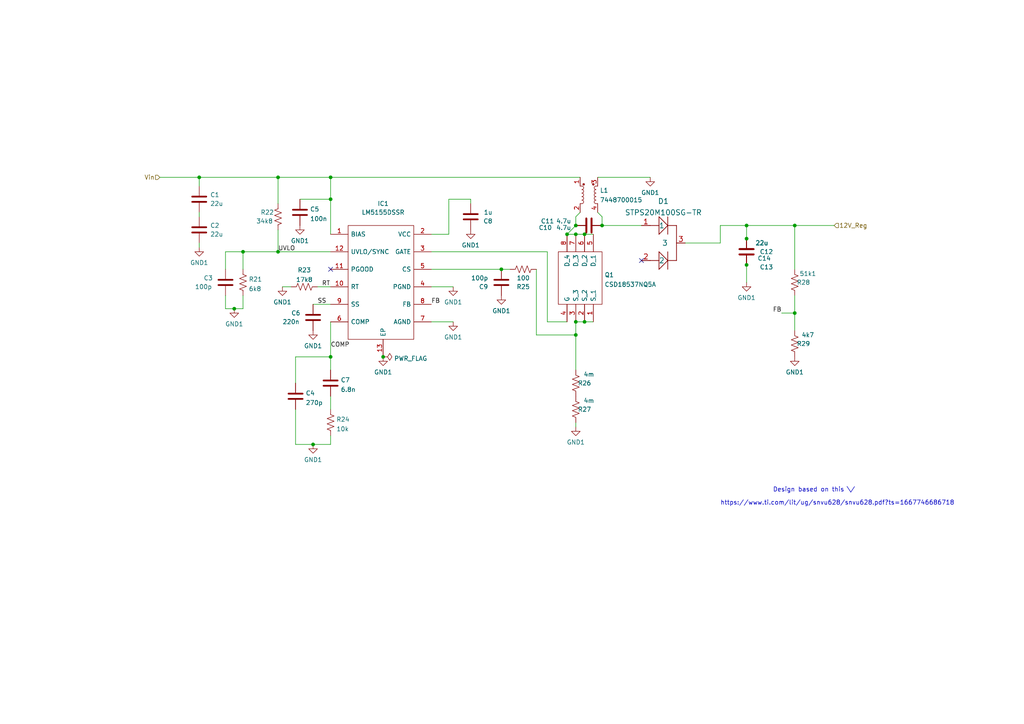
<source format=kicad_sch>
(kicad_sch (version 20211123) (generator eeschema)
  (paper "A4")
  (lib_symbols
    (symbol "Device:C" (pin_numbers hide) (pin_names (offset 0.254))
      (property "Reference" "C" (at 0.635 2.54 0))
      (property "Value" "C" (at 0.635 -2.54 0))
      (symbol "C_0_1"
        (polyline (pts (xy -2.032 -0.762) (xy 2.032 -0.762)) (stroke (width 0.508)))
        (polyline (pts (xy -2.032 0.762) (xy 2.032 0.762)) (stroke (width 0.508)))
      )
      (symbol "C_1_1"
        (pin passive line (at 0 3.81 270) (length 2.794) (name "~") (number "1"))
        (pin passive line (at 0 -3.81 90) (length 2.794) (name "~") (number "2"))
      )
    )
    (symbol "Device:L_Coupled" (pin_names (offset 0.254) hide)
      (property "Reference" "L" (at 0 4.445 0))
      (property "Value" "L_Coupled" (at 0 -4.445 0))
      (symbol "L_Coupled_0_1"
        (circle (center -3.048 -1.27) (radius 0.254) (fill (type outline)))
        (circle (center -3.048 1.524) (radius 0.254) (fill (type outline)))
        (arc (start -2.54 2.032) (mid -2.032 1.524) (end -1.524 2.032))
        (arc (start -1.524 -2.032) (mid -2.032 -1.524) (end -2.54 -2.032))
        (arc (start -1.524 2.032) (mid -1.016 1.524) (end -0.508 2.032))
        (arc (start -0.508 -2.032) (mid -1.016 -1.524) (end -1.524 -2.032))
        (arc (start -0.508 2.032) (mid 0 1.524) (end 0.508 2.032))
        (polyline (pts (xy -2.54 -2.032) (xy -2.54 -2.54)))
        (polyline (pts (xy -2.54 2.032) (xy -2.54 2.54)))
        (polyline (pts (xy 2.54 -2.032) (xy 2.54 -2.54)))
        (polyline (pts (xy 2.54 2.54) (xy 2.54 2.032)))
        (arc (start 0.508 -2.032) (mid 0 -1.524) (end -0.508 -2.032))
        (arc (start 0.508 2.032) (mid 1.016 1.524) (end 1.524 2.032))
        (arc (start 1.524 -2.032) (mid 1.016 -1.524) (end 0.508 -2.032))
        (arc (start 1.524 2.032) (mid 2.032 1.524) (end 2.54 2.032))
        (arc (start 2.54 -2.032) (mid 2.032 -1.524) (end 1.524 -2.032))
      )
      (symbol "L_Coupled_1_1"
        (pin passive line (at -5.08 2.54 0) (length 2.54) (name "1") (number "1"))
        (pin passive line (at 5.08 2.54 180) (length 2.54) (name "2") (number "2"))
        (pin passive line (at -5.08 -2.54 0) (length 2.54) (name "3") (number "3"))
        (pin passive line (at 5.08 -2.54 180) (length 2.54) (name "4") (number "4"))
      )
    )
    (symbol "Device:R_US" (pin_numbers hide) (pin_names (offset 0))
      (property "Reference" "R" (at 2.54 0 90))
      (property "Value" "R_US" (at -2.54 0 90))
      (symbol "R_US_0_1"
        (polyline (pts (xy 0 -2.286) (xy 0 -2.54)))
        (polyline (pts (xy 0 2.286) (xy 0 2.54)))
        (polyline (pts (xy 0 -0.762) (xy 1.016 -1.143) (xy 0 -1.524) (xy -1.016 -1.905) (xy 0 -2.286)))
        (polyline (pts (xy 0 0.762) (xy 1.016 0.381) (xy 0 0) (xy -1.016 -0.381) (xy 0 -0.762)))
        (polyline (pts (xy 0 2.286) (xy 1.016 1.905) (xy 0 1.524) (xy -1.016 1.143) (xy 0 0.762)))
      )
      (symbol "R_US_1_1"
        (pin passive line (at 0 3.81 270) (length 1.27) (name "~") (number "1"))
        (pin passive line (at 0 -3.81 90) (length 1.27) (name "~") (number "2"))
      )
    )
    (symbol "Global Symbols:CSD18537NQ5A" (pin_names (offset 0.762))
      (property "Reference" "Q" (at 21.59 7.62 0))
      (property "Value" "CSD18537NQ5A" (at 21.59 5.08 0))
      (symbol "CSD18537NQ5A_0_0"
        (pin passive line (at 0 0 0) (length 5.08) (name "S_1") (number "1"))
        (pin passive line (at 0 -2.54 0) (length 5.08) (name "S_2") (number "2"))
        (pin passive line (at 0 -5.08 0) (length 5.08) (name "S_3") (number "3"))
        (pin passive line (at 0 -7.62 0) (length 5.08) (name "G") (number "4"))
        (pin passive line (at 25.4 0 180) (length 5.08) (name "D_1") (number "5"))
        (pin passive line (at 25.4 -2.54 180) (length 5.08) (name "D_2") (number "6"))
        (pin passive line (at 25.4 -5.08 180) (length 5.08) (name "D_3") (number "7"))
        (pin passive line (at 25.4 -7.62 180) (length 5.08) (name "D_4") (number "8"))
      )
      (symbol "CSD18537NQ5A_0_1"
        (polyline (pts (xy 5.08 2.54) (xy 20.32 2.54) (xy 20.32 -10.16) (xy 5.08 -10.16) (xy 5.08 2.54)) (stroke (width 0.1524)))
      )
    )
    (symbol "Global Symbols:LM5155DSSR" (pin_names (offset 0.762))
      (property "Reference" "IC" (at 31.75 7.62 0))
      (property "Value" "LM5155DSSR" (at 31.75 5.08 0))
      (symbol "LM5155DSSR_0_0"
        (pin passive line (at -6.35 7.62 0) (length 5.08) (name "BIAS") (number "1"))
        (pin passive line (at -6.35 -7.62 0) (length 5.08) (name "RT") (number "10"))
        (pin passive line (at -6.35 -2.54 0) (length 5.08) (name "PGOOD") (number "11"))
        (pin passive line (at -6.35 2.54 0) (length 5.08) (name "UVLO/SYNC") (number "12"))
        (pin passive line (at 8.89 -27.94 90) (length 5.08) (name "EP") (number "13"))
        (pin passive line (at 22.86 7.62 180) (length 5.08) (name "VCC") (number "2"))
        (pin passive line (at 22.86 2.54 180) (length 5.08) (name "GATE") (number "3"))
        (pin passive line (at 22.86 -7.62 180) (length 5.08) (name "PGND") (number "4"))
        (pin passive line (at 22.86 -2.54 180) (length 5.08) (name "CS") (number "5"))
        (pin passive line (at -6.35 -17.78 0) (length 5.08) (name "COMP") (number "6"))
        (pin passive line (at 22.86 -17.78 180) (length 5.08) (name "AGND") (number "7"))
        (pin passive line (at 22.86 -12.7 180) (length 5.08) (name "FB") (number "8"))
        (pin passive line (at -6.35 -12.7 0) (length 5.08) (name "SS") (number "9"))
      )
      (symbol "LM5155DSSR_0_1"
        (polyline (pts (xy -1.27 10.16) (xy 17.78 10.16) (xy 17.78 -22.86) (xy -1.27 -22.86) (xy -1.27 10.16)) (stroke (width 0.1524)))
      )
    )
    (symbol "Global Symbols:STPS20M100SG-TR" (pin_names (offset 2.54))
      (property "Reference" "U" (at 5.715 -15.24 0))
      (property "Value" "STPS20M100SG-TR" (at 5.715 -22.86 0))
      (symbol "STPS20M100SG-TR_1_1"
        (polyline (pts (xy 2.54 -10.16) (xy 5.08 -10.16)) (stroke (width 0.2032)))
        (polyline (pts (xy 2.54 0) (xy 5.08 0)) (stroke (width 0.2032)))
        (polyline (pts (xy 5.08 -12.7) (xy 5.08 -7.62)) (stroke (width 0.2032)))
        (polyline (pts (xy 5.08 -12.7) (xy 7.62 -10.16)) (stroke (width 0.2032)))
        (polyline (pts (xy 5.08 -7.62) (xy 7.62 -10.16)) (stroke (width 0.2032)))
        (polyline (pts (xy 5.08 -2.54) (xy 7.62 0)) (stroke (width 0.2032)))
        (polyline (pts (xy 5.08 2.54) (xy 5.08 -2.54)) (stroke (width 0.2032)))
        (polyline (pts (xy 5.08 2.54) (xy 7.62 0)) (stroke (width 0.2032)))
        (polyline (pts (xy 7.62 -12.7) (xy 7.62 -7.62)) (stroke (width 0.2032)))
        (polyline (pts (xy 7.62 2.54) (xy 7.62 -2.54)) (stroke (width 0.2032)))
        (polyline (pts (xy 10.16 -10.16) (xy 7.62 -10.16)) (stroke (width 0.2032)))
        (polyline (pts (xy 10.16 0) (xy 7.62 0)) (stroke (width 0.2032)))
        (polyline (pts (xy 10.16 0) (xy 10.16 -10.16)) (stroke (width 0.2032)))
        (pin unspecified line (at 0 0 0) (length 2.54) (name "1") (number "1"))
        (pin unspecified line (at 0 -10.16 0) (length 2.54) (name "2") (number "2"))
        (pin unspecified line (at 12.7 -5.08 180) (length 2.54) (name "3") (number "3"))
      )
    )
    (symbol "power:GND1" (power) (pin_names (offset 0))
      (property "Value" "GND1" (at 0 -3.81 0))
      (symbol "GND1_0_1"
        (polyline (pts (xy 0 0) (xy 0 -1.27) (xy 1.27 -1.27) (xy 0 -2.54) (xy -1.27 -1.27) (xy 0 -1.27)))
      )
      (symbol "GND1_1_1"
        (pin power_in line (at 0 0 270) (length 0) hide (name "GND1") (number "1"))
      )
    )
    (symbol "power:PWR_FLAG" (power) (pin_numbers hide) (pin_names (offset 0) hide)
      (property "Value" "PWR_FLAG" (at 0 3.81 0))
      (symbol "PWR_FLAG_0_0"
        (pin power_out line (at 0 0 90) (length 0) (name "pwr") (number "1"))
      )
      (symbol "PWR_FLAG_0_1"
        (polyline (pts (xy 0 0) (xy 0 1.27) (xy -1.016 1.905) (xy 0 2.54) (xy 1.016 1.905) (xy 0 1.27)))
      )
    )
  )
  (junction (at 145.415 78.105))
  (junction (at 174.625 65.405))
  (junction (at 167.005 93.345))
  (junction (at 95.885 103.505))
  (junction (at 167.005 67.945))
  (junction (at 57.785 51.435))
  (junction (at 167.005 97.155))
  (junction (at 90.805 128.905))
  (junction (at 80.645 51.435))
  (junction (at 164.465 67.945))
  (junction (at 95.885 57.785))
  (junction (at 70.485 73.025))
  (junction (at 111.125 103.505))
  (junction (at 95.885 51.435))
  (junction (at 230.505 65.405))
  (junction (at 230.505 90.805))
  (junction (at 167.005 65.405))
  (junction (at 169.545 93.345))
  (junction (at 216.535 76.835))
  (junction (at 80.645 73.025))
  (junction (at 216.535 65.405))
  (junction (at 169.545 67.945))
  (junction (at 67.945 89.535))
  (junction (at 216.535 69.215))
  (no_connect (at 95.885 78.105))
  (no_connect (at 186.055 75.565))
  (wire (pts (xy 174.625 62.865) (xy 173.355 61.595)))
  (wire (pts (xy 70.485 73.025) (xy 65.405 73.025)))
  (wire (pts (xy 95.885 51.435) (xy 168.275 51.435)))
  (wire (pts (xy 95.885 114.935) (xy 95.885 118.745)))
  (wire (pts (xy 95.885 103.505) (xy 85.725 103.505)))
  (wire (pts (xy 95.885 128.905) (xy 95.885 126.365)))
  (wire (pts (xy 86.995 57.785) (xy 95.885 57.785)))
  (wire (pts (xy 169.545 93.345) (xy 172.085 93.345)))
  (wire (pts (xy 158.75 73.025) (xy 158.75 93.345)))
  (wire (pts (xy 130.175 57.785) (xy 136.525 57.785)))
  (wire (pts (xy 208.915 70.485) (xy 208.915 65.405)))
  (wire (pts (xy 57.785 62.865) (xy 57.785 61.595)))
  (wire (pts (xy 230.505 65.405) (xy 241.935 65.405)))
  (wire (pts (xy 95.885 93.345) (xy 95.885 103.505)))
  (wire (pts (xy 130.175 67.945) (xy 130.175 57.785)))
  (wire (pts (xy 65.405 89.535) (xy 67.945 89.535)))
  (wire (pts (xy 145.415 78.105) (xy 147.955 78.105)))
  (wire (pts (xy 169.545 67.945) (xy 172.085 67.945)))
  (wire (pts (xy 131.445 83.185) (xy 125.095 83.185)))
  (wire (pts (xy 131.445 93.345) (xy 125.095 93.345)))
  (wire (pts (xy 230.505 78.105) (xy 230.505 65.405)))
  (wire (pts (xy 90.805 128.905) (xy 95.885 128.905)))
  (wire (pts (xy 167.005 93.345) (xy 169.545 93.345)))
  (wire (pts (xy 92.075 83.185) (xy 95.885 83.185)))
  (wire (pts (xy 80.645 73.025) (xy 95.885 73.025)))
  (wire (pts (xy 155.575 97.155) (xy 155.575 78.105)))
  (wire (pts (xy 174.625 62.865) (xy 174.625 65.405)))
  (wire (pts (xy 125.095 73.025) (xy 158.75 73.025)))
  (wire (pts (xy 208.915 65.405) (xy 216.535 65.405)))
  (wire (pts (xy 67.945 89.535) (xy 70.485 89.535)))
  (wire (pts (xy 95.885 51.435) (xy 95.885 57.785)))
  (wire (pts (xy 80.645 51.435) (xy 95.885 51.435)))
  (wire (pts (xy 216.535 65.405) (xy 216.535 69.215)))
  (wire (pts (xy 136.525 57.785) (xy 136.525 59.055)))
  (wire (pts (xy 80.645 66.675) (xy 80.645 73.025)))
  (wire (pts (xy 95.885 57.785) (xy 95.885 67.945)))
  (wire (pts (xy 167.005 65.405) (xy 164.465 67.945)))
  (wire (pts (xy 70.485 85.725) (xy 70.485 89.535)))
  (wire (pts (xy 167.005 62.865) (xy 167.005 65.405)))
  (wire (pts (xy 167.005 93.345) (xy 167.005 97.155)))
  (wire (pts (xy 125.095 67.945) (xy 130.175 67.945)))
  (wire (pts (xy 81.915 83.185) (xy 84.455 83.185)))
  (wire (pts (xy 167.005 122.555) (xy 167.005 123.825)))
  (wire (pts (xy 216.535 76.835) (xy 216.535 81.915)))
  (wire (pts (xy 90.805 88.265) (xy 95.885 88.265)))
  (wire (pts (xy 230.505 85.725) (xy 230.505 90.805)))
  (wire (pts (xy 57.785 70.485) (xy 57.785 71.755)))
  (wire (pts (xy 164.465 67.945) (xy 167.005 67.945)))
  (wire (pts (xy 167.005 97.155) (xy 167.005 107.315)))
  (wire (pts (xy 65.405 73.025) (xy 65.405 78.105)))
  (wire (pts (xy 188.595 51.435) (xy 173.355 51.435)))
  (wire (pts (xy 70.485 73.025) (xy 70.485 78.105)))
  (wire (pts (xy 198.755 70.485) (xy 208.915 70.485)))
  (wire (pts (xy 85.725 128.905) (xy 90.805 128.905)))
  (wire (pts (xy 167.005 62.865) (xy 168.275 61.595)))
  (wire (pts (xy 65.405 85.725) (xy 65.405 89.535)))
  (wire (pts (xy 46.355 51.435) (xy 57.785 51.435)))
  (wire (pts (xy 167.005 97.155) (xy 155.575 97.155)))
  (wire (pts (xy 57.785 53.975) (xy 57.785 51.435)))
  (wire (pts (xy 85.725 103.505) (xy 85.725 111.125)))
  (wire (pts (xy 70.485 73.025) (xy 80.645 73.025)))
  (wire (pts (xy 167.005 67.945) (xy 169.545 67.945)))
  (wire (pts (xy 95.885 103.505) (xy 95.885 107.315)))
  (wire (pts (xy 85.725 118.745) (xy 85.725 128.905)))
  (wire (pts (xy 57.785 51.435) (xy 80.645 51.435)))
  (wire (pts (xy 216.535 65.405) (xy 230.505 65.405)))
  (wire (pts (xy 230.505 90.805) (xy 230.505 95.885)))
  (wire (pts (xy 158.75 93.345) (xy 164.465 93.345)))
  (wire (pts (xy 125.095 78.105) (xy 145.415 78.105)))
  (wire (pts (xy 226.695 90.805) (xy 230.505 90.805)))
  (wire (pts (xy 80.645 51.435) (xy 80.645 59.055)))
  (wire (pts (xy 186.055 65.405) (xy 174.625 65.405)))
  (text "https://www.ti.com/lit/ug/snvu628/snvu628.pdf?ts=1667746686718" (at 208.915 146.685 0) (effects (font (size 1.27 1.27)) (justify left bottom)))
  (text "Design based on this \\/" (at 224.155 142.875 0) (effects (font (size 1.27 1.27)) (justify left bottom)))
  (label "RT" (at 93.345 83.185 0))
  (label "FB" (at 125.095 88.265 0))
  (label "SS" (at 92.075 88.265 0))
  (label "FB" (at 226.695 90.805 180))
  (label "UVLO" (at 80.645 73.025 0))
  (label "COMP" (at 95.885 100.965 0))
  (hierarchical_label "Vin" (shape input) (at 46.355 51.435 180))
  (hierarchical_label "12V_Reg" (shape input) (at 241.935 65.405 0))
  (symbol (lib_id "Device:C") (at 57.785 66.675 0) (mirror y) (unit 1)
    (property "Reference" "C2" (at 60.96 65.4049 0) (effects (justify right)))
    (property "Value" "22u" (at 60.96 67.9449 0) (effects (justify right)))
    (property "Footprint" "Capacitor_SMD:C_1206_3216Metric_Pad1.33x1.80mm_HandSolder" (effects hide))
  )
  (symbol (lib_id "power:GND1") (at 90.805 128.905 0) (unit 1)
    (property "Reference" "#PWR023" (effects hide))
    (property "Value" "GND1" (at 90.805 133.35 0))
  )
  (symbol (lib_id "Global Symbols:CSD18537NQ5A") (at 172.085 93.345 270) (mirror x) (unit 1)
    (property "Reference" "Q1" (at 175.3362 79.7365 90) (effects (justify left)))
    (property "Value" "CSD18537NQ5A" (at 175.3362 82.5116 90) (effects (justify left)))
    (property "Footprint" "CSD19531Q5AT" (effects hide))
    (property "Datasheet" "http://www.ti.com/lit/gpn/csd18537nq5a" (effects hide))
    (property "Description" "60V, N ch NexFET MOSFET, single SON5x6, 13mOhm" (effects hide))
    (property "Mouser Part Number" "595-CSD18537NQ5A" (effects hide))
    (property "Mouser Price/Stock" "https://www.mouser.co.uk/ProductDetail/Texas-Instruments/CSD18537NQ5A?qs=7GxONfNUZSi6fNNk7dry3w%3D%3D" (effects hide))
    (property "Manufacturer_Name" "Texas Instruments" (effects hide))
    (property "Manufacturer_Part_Number" "CSD18537NQ5A" (effects hide))
  )
  (symbol (lib_id "Device:R_US") (at 230.505 81.915 0) (unit 1)
    (property "Reference" "R28" (at 233.045 81.915 0))
    (property "Value" "51k1" (at 234.315 79.375 0))
    (property "Footprint" "Resistor_SMD:R_0603_1608Metric_Pad0.98x0.95mm_HandSolder" (effects hide))
  )
  (symbol (lib_id "Device:R_US") (at 230.505 99.695 0) (unit 1)
    (property "Reference" "R29" (at 233.045 99.695 0))
    (property "Value" "4k7" (at 234.315 97.155 0))
    (property "Footprint" "Resistor_SMD:R_0603_1608Metric_Pad0.98x0.95mm_HandSolder" (effects hide))
  )
  (symbol (lib_id "power:GND1") (at 131.445 83.185 0) (unit 1)
    (property "Reference" "#PWR025" (effects hide))
    (property "Value" "GND1" (at 131.445 87.63 0))
  )
  (symbol (lib_id "Device:C") (at 216.535 73.025 0) (unit 1)
    (property "Reference" "C12" (at 220.345 73.025 0) (effects (justify left)))
    (property "Value" "22u" (at 219.075 70.485 0) (effects (justify left)))
    (property "Footprint" "Capacitor_SMD:C_1206_3216Metric_Pad1.33x1.80mm_HandSolder" (effects hide))
  )
  (symbol (lib_id "power:GND1") (at 167.005 123.825 0) (unit 1)
    (property "Reference" "#PWR029" (effects hide))
    (property "Value" "GND1" (at 167.005 128.27 0))
  )
  (symbol (lib_id "Device:L_Coupled") (at 170.815 56.515 90) (mirror x) (unit 1)
    (property "Reference" "L1" (at 173.99 55.2255 90) (effects (justify right)))
    (property "Value" "7448700015" (at 173.99 58.0006 90) (effects (justify right)))
    (property "Footprint" "Inductor Thing:WE-DD_12XX_CROSSED12" (effects hide))
    (property "Datasheet" "https://www.mouser.com/ProductDetail/Wurth-Elektronik/7448700015?qs=%252B97ACBfLqz%2F%252BrcT7XaCxSw%3D%3D" (effects hide))
  )
  (symbol (lib_id "Global Symbols:LM5155DSSR") (at 102.235 75.565 0) (unit 1)
    (property "Reference" "IC1" (at 111.125 59.055 0))
    (property "Value" "LM5155DSSR" (at 111.125 61.595 0))
    (property "Footprint" "SON50P200X300X80-13N-D" (effects hide))
    (property "Datasheet" "http://www.ti.com/lit/gpn/LM5155" (effects hide))
    (property "Description" "2.2MHz wide VIN non-synchronous boost controller" (effects hide))
    (property "Height" "0.8" (effects hide))
    (property "Mouser Part Number" "595-LM5155DSSR" (effects hide))
    (property "Mouser Price/Stock" "https://www.mouser.co.uk/ProductDetail/Texas-Instruments/LM5155DSSR?qs=l7cgNqFNU1jtrlfYRbXQiw%3D%3D" (effects hide))
    (property "Manufacturer_Name" "Texas Instruments" (effects hide))
    (property "Manufacturer_Part_Number" "LM5155DSSR" (effects hide))
  )
  (symbol (lib_id "power:GND1") (at 67.945 89.535 0) (unit 1)
    (property "Reference" "#PWR019" (effects hide))
    (property "Value" "GND1" (at 67.945 93.98 0))
  )
  (symbol (lib_id "power:GND1") (at 230.505 103.505 0) (unit 1)
    (property "Reference" "#PWR032" (effects hide))
    (property "Value" "GND1" (at 230.505 107.95 0))
  )
  (symbol (lib_id "Device:C") (at 170.815 65.405 270) (unit 1)
    (property "Reference" "C10" (at 156.21 66.04 90) (effects (justify left)))
    (property "Value" "4.7u" (at 161.29 66.04 90) (effects (justify left)))
    (property "Footprint" "Capacitor_SMD:C_0805_2012Metric_Pad1.18x1.45mm_HandSolder" (effects hide))
  )
  (symbol (lib_id "Device:C") (at 85.725 114.935 0) (unit 1)
    (property "Reference" "C4" (at 88.646 114.0265 0) (effects (justify left)))
    (property "Value" "270p" (at 88.646 116.8016 0) (effects (justify left)))
    (property "Footprint" "Capacitor_SMD:C_0603_1608Metric_Pad1.08x0.95mm_HandSolder" (effects hide))
  )
  (symbol (lib_id "Global Symbols:STPS20M100SG-TR") (at 186.055 65.405 0) (unit 1)
    (property "Reference" "D1" (at 192.405 58.3595 0) (effects (font (size 1.524 1.524))))
    (property "Value" "STPS20M100SG-TR" (at 192.405 61.6385 0) (effects (font (size 1.524 1.524))))
    (property "Footprint" "Global Libraries_2:STPS20M100SG-TR" (effects hide))
  )
  (symbol (lib_id "power:GND1") (at 90.805 95.885 0) (unit 1)
    (property "Reference" "#PWR022" (effects hide))
    (property "Value" "GND1" (at 90.805 100.33 0))
  )
  (symbol (lib_id "Device:R_US") (at 95.885 122.555 0) (unit 1)
    (property "Reference" "R24" (at 97.536 121.6465 0) (effects (justify left)))
    (property "Value" "10k" (at 97.536 124.4216 0) (effects (justify left)))
    (property "Footprint" "Resistor_SMD:R_0603_1608Metric_Pad0.98x0.95mm_HandSolder" (effects hide))
  )
  (symbol (lib_id "Device:R_US") (at 80.645 62.865 0) (mirror y) (unit 1)
    (property "Reference" "R22" (at 75.565 61.595 0) (effects (justify right)))
    (property "Value" "34k8" (at 74.295 64.135 0) (effects (justify right)))
    (property "Footprint" "Resistor_SMD:R_0603_1608Metric_Pad0.98x0.95mm_HandSolder" (effects hide))
  )
  (symbol (lib_id "Device:C") (at 86.995 61.595 0) (unit 1)
    (property "Reference" "C5" (at 89.916 60.6865 0) (effects (justify left)))
    (property "Value" "100n" (at 89.916 63.4616 0) (effects (justify left)))
    (property "Footprint" "Capacitor_SMD:C_0603_1608Metric_Pad1.08x0.95mm_HandSolder" (effects hide))
  )
  (symbol (lib_id "Device:R_US") (at 167.005 118.745 0) (unit 1)
    (property "Reference" "R27" (at 169.545 118.745 0))
    (property "Value" "4m" (at 170.815 116.205 0))
    (property "Footprint" "Resistor_SMD:R_0603_1608Metric_Pad0.98x0.95mm_HandSolder" (effects hide))
  )
  (symbol (lib_id "power:GND1") (at 216.535 81.915 0) (unit 1)
    (property "Reference" "#PWR031" (effects hide))
    (property "Value" "GND1" (at 216.535 86.36 0))
  )
  (symbol (lib_id "Device:C") (at 216.535 73.025 0) (unit 1)
    (property "Reference" "C13" (at 220.345 77.47 0) (effects (justify left)))
    (property "Value" "22u" (at 219.075 70.485 0) (effects (justify left)))
    (property "Footprint" "Capacitor_SMD:C_1206_3216Metric_Pad1.33x1.80mm_HandSolder" (effects hide))
  )
  (symbol (lib_id "Device:C") (at 57.785 57.785 0) (mirror y) (unit 1)
    (property "Reference" "C1" (at 60.96 56.5149 0) (effects (justify right)))
    (property "Value" "22u" (at 60.96 59.0549 0) (effects (justify right)))
    (property "Footprint" "Capacitor_SMD:C_1206_3216Metric_Pad1.33x1.80mm_HandSolder" (effects hide))
  )
  (symbol (lib_id "power:GND1") (at 131.445 93.345 0) (unit 1)
    (property "Reference" "#PWR026" (effects hide))
    (property "Value" "GND1" (at 131.445 97.79 0))
  )
  (symbol (lib_id "Device:C") (at 170.815 65.405 270) (unit 1)
    (property "Reference" "C11" (at 156.845 64.135 90) (effects (justify left)))
    (property "Value" "4.7u" (at 161.29 64.135 90) (effects (justify left)))
    (property "Footprint" "Capacitor_SMD:C_0805_2012Metric_Pad1.18x1.45mm_HandSolder" (effects hide))
  )
  (symbol (lib_id "power:GND1") (at 57.785 71.755 0) (unit 1)
    (property "Reference" "#PWR018" (effects hide))
    (property "Value" "GND1" (at 57.785 76.2 0))
  )
  (symbol (lib_id "power:GND1") (at 111.125 103.505 0) (unit 1)
    (property "Reference" "#PWR024" (effects hide))
    (property "Value" "GND1" (at 111.125 107.95 0))
  )
  (symbol (lib_id "Device:R_US") (at 167.005 111.125 0) (unit 1)
    (property "Reference" "R26" (at 169.545 111.125 0))
    (property "Value" "4m" (at 170.815 108.585 0))
    (property "Footprint" "Resistor_SMD:R_0603_1608Metric_Pad0.98x0.95mm_HandSolder" (effects hide))
  )
  (symbol (lib_id "power:GND1") (at 81.915 83.185 0) (unit 1)
    (property "Reference" "#PWR020" (effects hide))
    (property "Value" "GND1" (at 81.915 87.63 0))
  )
  (symbol (lib_id "power:GND1") (at 188.595 51.435 0) (unit 1)
    (property "Reference" "#PWR030" (effects hide))
    (property "Value" "GND1" (at 188.595 55.88 0))
  )
  (symbol (lib_id "Device:C") (at 136.525 62.865 180) (unit 1)
    (property "Reference" "C8" (at 142.875 64.135 0) (effects (justify left)))
    (property "Value" "1u" (at 142.875 61.595 0) (effects (justify left)))
    (property "Footprint" "Capacitor_SMD:C_0805_2012Metric_Pad1.18x1.45mm_HandSolder" (effects hide))
  )
  (symbol (lib_id "Device:R_US") (at 88.265 83.185 90) (unit 1)
    (property "Reference" "R23" (at 88.265 78.3295 90))
    (property "Value" "17k8" (at 88.265 81.1046 90))
    (property "Footprint" "Resistor_SMD:R_0603_1608Metric_Pad0.98x0.95mm_HandSolder" (effects hide))
  )
  (symbol (lib_id "power:PWR_FLAG") (at 111.125 103.505 270) (unit 1)
    (property "Reference" "#FLG01" (effects hide))
    (property "Value" "PWR_FLAG" (at 114.3 103.984 90) (effects (justify left)))
  )
  (symbol (lib_id "Device:C") (at 90.805 92.075 0) (unit 1)
    (property "Reference" "C6" (at 84.455 90.805 0) (effects (justify left)))
    (property "Value" "220n" (at 81.915 93.345 0) (effects (justify left)))
    (property "Footprint" "Capacitor_SMD:C_0603_1608Metric_Pad1.08x0.95mm_HandSolder" (effects hide))
  )
  (symbol (lib_id "Device:R_US") (at 151.765 78.105 270) (unit 1)
    (property "Reference" "R25" (at 151.765 83.185 90))
    (property "Value" "100" (at 151.765 80.645 90))
    (property "Footprint" "Resistor_SMD:R_0603_1608Metric_Pad0.98x0.95mm_HandSolder" (effects hide))
  )
  (symbol (lib_id "power:GND1") (at 86.995 65.405 0) (unit 1)
    (property "Reference" "#PWR021" (effects hide))
    (property "Value" "GND1" (at 86.995 69.85 0))
  )
  (symbol (lib_id "Device:C") (at 65.405 81.915 0) (unit 1)
    (property "Reference" "C3" (at 59.055 80.645 0) (effects (justify left)))
    (property "Value" "100p" (at 56.515 83.185 0) (effects (justify left)))
    (property "Footprint" "Capacitor_SMD:C_0603_1608Metric_Pad1.08x0.95mm_HandSolder" (effects hide))
  )
  (symbol (lib_id "Device:C") (at 95.885 111.125 0) (unit 1)
    (property "Reference" "C7" (at 98.806 110.2165 0) (effects (justify left)))
    (property "Value" "6.8n" (at 98.806 112.9916 0) (effects (justify left)))
    (property "Footprint" "Capacitor_SMD:C_0603_1608Metric_Pad1.08x0.95mm_HandSolder" (effects hide))
  )
  (symbol (lib_id "power:GND1") (at 136.525 66.675 0) (unit 1)
    (property "Reference" "#PWR027" (effects hide))
    (property "Value" "GND1" (at 136.525 71.12 0))
  )
  (symbol (lib_id "Device:C") (at 216.535 73.025 0) (unit 1)
    (property "Reference" "C14" (at 219.71 74.93 0) (effects (justify left)))
    (property "Value" "22u" (at 219.075 70.485 0) (effects (justify left)))
    (property "Footprint" "Capacitor_SMD:C_1206_3216Metric_Pad1.33x1.80mm_HandSolder" (effects hide))
  )
  (symbol (lib_id "Device:R_US") (at 70.485 81.915 0) (unit 1)
    (property "Reference" "R21" (at 72.136 81.0065 0) (effects (justify left)))
    (property "Value" "6k8" (at 72.136 83.7816 0) (effects (justify left)))
    (property "Footprint" "Resistor_SMD:R_0603_1608Metric_Pad0.98x0.95mm_HandSolder" (effects hide))
  )
  (symbol (lib_id "Device:C") (at 145.415 81.915 180) (unit 1)
    (property "Reference" "C9" (at 141.605 83.185 0) (effects (justify left)))
    (property "Value" "100p" (at 141.605 80.645 0) (effects (justify left)))
    (property "Footprint" "Capacitor_SMD:C_0603_1608Metric_Pad1.08x0.95mm_HandSolder" (effects hide))
  )
  (symbol (lib_id "power:GND1") (at 145.415 85.725 0) (unit 1)
    (property "Reference" "#PWR028" (effects hide))
    (property "Value" "GND1" (at 145.415 90.17 0))
  )
)
</source>
